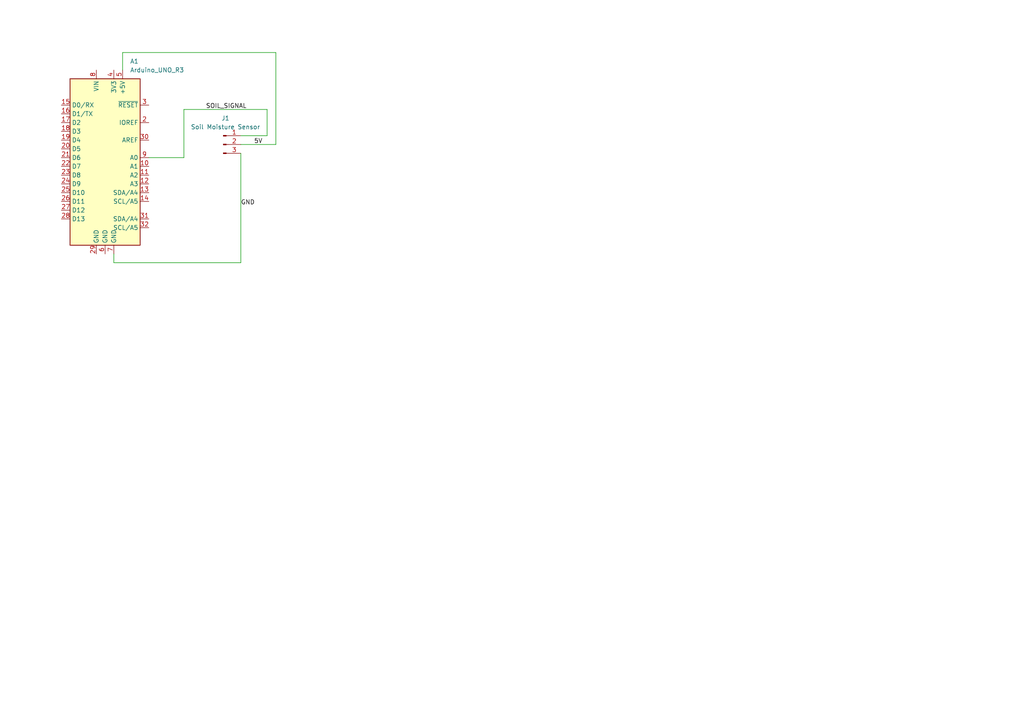
<source format=kicad_sch>
(kicad_sch (version 20250114) (generator "eeschema") (generator_version "9.0")
  (paper "A4")
  (title_block (title "Plant Watering Schematic"))
  (lib_symbols
    (symbol "Connector:Conn_01x03_Pin" (pin_names (offset 1.016) (hide yes))
      (property "Reference" "J" (at 0 5.08 0))
      (property "Value" "Conn_01x03_Pin" (at 0 -5.08 0))
      (symbol "Conn_01x03_Pin_1_1"
        (rectangle (start 0.8636 2.667) (end 0 2.413) (stroke (width 0.1524)) (fill (type outline)))
        (rectangle (start 0.8636 0.127) (end 0 -0.127) (stroke (width 0.1524)) (fill (type outline)))
        (rectangle (start 0.8636 -2.413) (end 0 -2.667) (stroke (width 0.1524)) (fill (type outline)))
        (polyline (pts (xy 1.27 2.54) (xy 0.8636 2.54)) (stroke (width 0.1524)))
        (polyline (pts (xy 1.27 0) (xy 0.8636 0)) (stroke (width 0.1524)))
        (polyline (pts (xy 1.27 -2.54) (xy 0.8636 -2.54)) (stroke (width 0.1524)))
        (pin passive line (at 5.08 2.54 180) (length 3.81) (name "Pin_1") (number "1"))
        (pin passive line (at 5.08 0 180) (length 3.81) (name "Pin_2") (number "2"))
        (pin passive line (at 5.08 -2.54 180) (length 3.81) (name "Pin_3") (number "3"))
      )
    )
    (symbol "MCU_Module:Arduino_UNO_R3"
      (property "Reference" "A" (at -10.16 23.495 0))
      (property "Value" "Arduino_UNO_R3" (at 5.08 -26.67 0))
      (symbol "Arduino_UNO_R3_0_1"
        (rectangle (start -10.16 22.86) (end 10.16 -25.4) (stroke (width 0.254)) (fill (type background)))
      )
      (symbol "Arduino_UNO_R3_1_1"
        (pin bidirectional line (at -12.7 15.24 0) (length 2.54) (name "D0/RX") (number "15"))
        (pin bidirectional line (at -12.7 12.7 0) (length 2.54) (name "D1/TX") (number "16"))
        (pin bidirectional line (at -12.7 10.16 0) (length 2.54) (name "D2") (number "17"))
        (pin bidirectional line (at -12.7 7.62 0) (length 2.54) (name "D3") (number "18"))
        (pin bidirectional line (at -12.7 5.08 0) (length 2.54) (name "D4") (number "19"))
        (pin bidirectional line (at -12.7 2.54 0) (length 2.54) (name "D5") (number "20"))
        (pin bidirectional line (at -12.7 0 0) (length 2.54) (name "D6") (number "21"))
        (pin bidirectional line (at -12.7 -2.54 0) (length 2.54) (name "D7") (number "22"))
        (pin bidirectional line (at -12.7 -5.08 0) (length 2.54) (name "D8") (number "23"))
        (pin bidirectional line (at -12.7 -7.62 0) (length 2.54) (name "D9") (number "24"))
        (pin bidirectional line (at -12.7 -10.16 0) (length 2.54) (name "D10") (number "25"))
        (pin bidirectional line (at -12.7 -12.7 0) (length 2.54) (name "D11") (number "26"))
        (pin bidirectional line (at -12.7 -15.24 0) (length 2.54) (name "D12") (number "27"))
        (pin bidirectional line (at -12.7 -17.78 0) (length 2.54) (name "D13") (number "28"))
        (pin no_connect line (at -10.16 -20.32 0) (length 2.54) (hide yes) (name "NC") (number "1"))
        (pin power_in line (at -2.54 25.4 270) (length 2.54) (name "VIN") (number "8"))
        (pin power_in line (at -2.54 -27.94 90) (length 2.54) (name "GND") (number "29"))
        (pin power_in line (at 0 -27.94 90) (length 2.54) (name "GND") (number "6"))
        (pin power_out line (at 2.54 25.4 270) (length 2.54) (name "3V3") (number "4"))
        (pin power_in line (at 2.54 -27.94 90) (length 2.54) (name "GND") (number "7"))
        (pin power_out line (at 5.08 25.4 270) (length 2.54) (name "+5V") (number "5"))
        (pin input line (at 12.7 15.24 180) (length 2.54) (name "~{RESET}") (number "3"))
        (pin output line (at 12.7 10.16 180) (length 2.54) (name "IOREF") (number "2"))
        (pin input line (at 12.7 5.08 180) (length 2.54) (name "AREF") (number "30"))
        (pin bidirectional line (at 12.7 0 180) (length 2.54) (name "A0") (number "9"))
        (pin bidirectional line (at 12.7 -2.54 180) (length 2.54) (name "A1") (number "10"))
        (pin bidirectional line (at 12.7 -5.08 180) (length 2.54) (name "A2") (number "11"))
        (pin bidirectional line (at 12.7 -7.62 180) (length 2.54) (name "A3") (number "12"))
        (pin bidirectional line (at 12.7 -10.16 180) (length 2.54) (name "SDA/A4") (number "13"))
        (pin bidirectional line (at 12.7 -12.7 180) (length 2.54) (name "SCL/A5") (number "14"))
        (pin bidirectional line (at 12.7 -17.78 180) (length 2.54) (name "SDA/A4") (number "31"))
        (pin bidirectional line (at 12.7 -20.32 180) (length 2.54) (name "SCL/A5") (number "32"))
      )
    )
  )
  (wire (pts (xy 53.34 31.75) (xy 53.34 45.72)))
  (wire (pts (xy 80.01 41.91) (xy 80.01 15.24)))
  (wire (pts (xy 53.34 31.75) (xy 77.47 31.75)))
  (wire (pts (xy 80.01 15.24) (xy 35.56 15.24)))
  (wire (pts (xy 53.34 45.72) (xy 43.18 45.72)))
  (wire (pts (xy 69.85 76.2) (xy 33.02 76.2)))
  (wire (pts (xy 69.85 44.45) (xy 69.85 76.2)))
  (wire (pts (xy 77.47 39.37) (xy 69.85 39.37)))
  (wire (pts (xy 69.85 41.91) (xy 80.01 41.91)))
  (wire (pts (xy 33.02 76.2) (xy 33.02 73.66)))
  (wire (pts (xy 35.56 15.24) (xy 35.56 20.32)))
  (wire (pts (xy 77.47 31.75) (xy 77.47 39.37)))
  (label "5V" (at 73.66 41.91 0))
  (label "GND" (at 69.85 59.69 0))
  (label "SOIL_SIGNAL" (at 59.69 31.75 0))
  (symbol (lib_id "Connector:Conn_01x03_Pin") (at 64.77 41.91 0) (unit 1)
    (property "Reference" "J1" (at 65.405 34.29 0))
    (property "Value" "Soil Moisture Sensor" (at 65.405 36.83 0))
    (property "Description" "Generic connector, single row, 01x03, script generated" (effects (hide yes)))
  )
  (symbol (lib_id "MCU_Module:Arduino_UNO_R3") (at 30.48 45.72 0) (unit 1)
    (property "Reference" "A1" (at 37.7033 17.78 0) (effects (justify left)))
    (property "Value" "Arduino_UNO_R3" (at 37.7033 20.32 0) (effects (justify left)))
    (property "Footprint" "Module:Arduino_UNO_R3" (effects (hide yes)))
    (property "Datasheet" "https://www.arduino.cc/en/Main/arduinoBoardUno" (effects (hide yes)))
    (property "Description" "Arduino UNO Microcontroller Module, release 3" (effects (hide yes)))
  )
)
</source>
